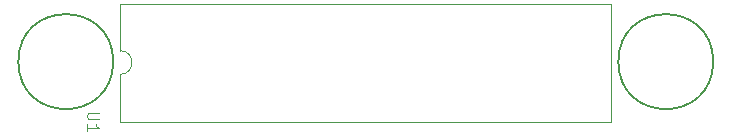
<source format=gbr>
%TF.GenerationSoftware,KiCad,Pcbnew,7.0.7*%
%TF.CreationDate,2024-03-26T15:52:03-05:00*%
%TF.ProjectId,RamanCCDBoard,52616d61-6e43-4434-9442-6f6172642e6b,rev?*%
%TF.SameCoordinates,Original*%
%TF.FileFunction,Legend,Top*%
%TF.FilePolarity,Positive*%
%FSLAX46Y46*%
G04 Gerber Fmt 4.6, Leading zero omitted, Abs format (unit mm)*
G04 Created by KiCad (PCBNEW 7.0.7) date 2024-03-26 15:52:03*
%MOMM*%
%LPD*%
G01*
G04 APERTURE LIST*
%ADD10C,0.100000*%
%ADD11C,0.150000*%
G04 APERTURE END LIST*
D10*
X45754580Y-31242095D02*
X44945057Y-31242095D01*
X44945057Y-31242095D02*
X44849819Y-31289714D01*
X44849819Y-31289714D02*
X44802200Y-31337333D01*
X44802200Y-31337333D02*
X44754580Y-31432571D01*
X44754580Y-31432571D02*
X44754580Y-31623047D01*
X44754580Y-31623047D02*
X44802200Y-31718285D01*
X44802200Y-31718285D02*
X44849819Y-31765904D01*
X44849819Y-31765904D02*
X44945057Y-31813523D01*
X44945057Y-31813523D02*
X45754580Y-31813523D01*
X44754580Y-32813523D02*
X44754580Y-32242095D01*
X44754580Y-32527809D02*
X45754580Y-32527809D01*
X45754580Y-32527809D02*
X45611723Y-32432571D01*
X45611723Y-32432571D02*
X45516485Y-32337333D01*
X45516485Y-32337333D02*
X45468866Y-32242095D01*
%TO.C,U1*%
X47526000Y-22004000D02*
X47526000Y-26000807D01*
X47526000Y-28007193D02*
X47526000Y-32004000D01*
X47526000Y-32004000D02*
X89126000Y-32004000D01*
X89126000Y-22004000D02*
X47526000Y-22004000D01*
X89126000Y-22004000D02*
X89126000Y-32004000D01*
X47526000Y-28007193D02*
G75*
G03*
X47526000Y-26000807I0J1003193D01*
G01*
D11*
%TO.C,V2*%
X97744283Y-26924000D02*
G75*
G03*
X97744283Y-26924000I-4018283J0D01*
G01*
%TO.C,V1*%
X46944283Y-26924000D02*
G75*
G03*
X46944283Y-26924000I-4018283J0D01*
G01*
%TD*%
M02*

</source>
